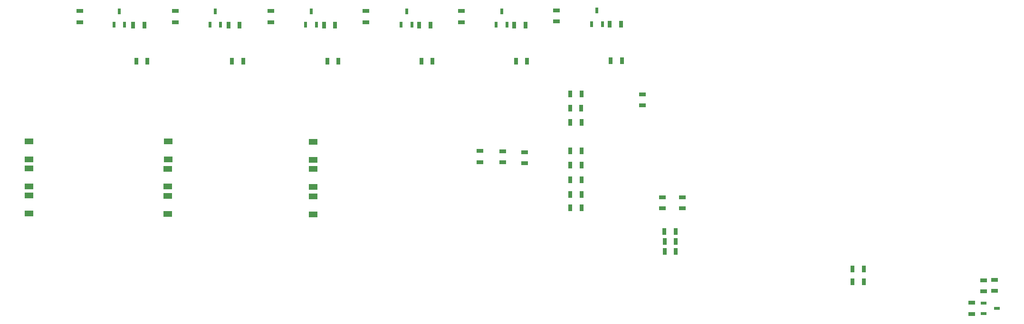
<source format=gbp>
G04*
G04 #@! TF.GenerationSoftware,Altium Limited,Altium Designer,22.10.1 (41)*
G04*
G04 Layer_Color=128*
%FSLAX44Y44*%
%MOMM*%
G71*
G04*
G04 #@! TF.SameCoordinates,0E9425E9-A874-4ED2-9F9C-91F8E0F331BA*
G04*
G04*
G04 #@! TF.FilePolarity,Positive*
G04*
G01*
G75*
%ADD16R,1.6000X1.0000*%
%ADD49R,0.8000X1.2500*%
%ADD50R,1.0000X0.6000*%
%ADD51R,1.2500X0.8000*%
%ADD52R,0.6000X1.0000*%
D16*
X45400Y354600D02*
D03*
Y322600D02*
D03*
Y258000D02*
D03*
Y226000D02*
D03*
X293000Y273900D02*
D03*
Y305900D02*
D03*
X551500Y224600D02*
D03*
Y256600D02*
D03*
X293200Y322400D02*
D03*
Y354400D02*
D03*
X45300Y306200D02*
D03*
Y274200D02*
D03*
X551501Y305371D02*
D03*
Y273370D02*
D03*
Y321750D02*
D03*
Y353750D02*
D03*
X293000Y225400D02*
D03*
Y257400D02*
D03*
D49*
X1197930Y158298D02*
D03*
X1177930D02*
D03*
X1198030Y176098D02*
D03*
X1178030D02*
D03*
X1177630Y193802D02*
D03*
X1197630D02*
D03*
X1512900Y127299D02*
D03*
X1532900D02*
D03*
X1512900Y104002D02*
D03*
X1532900D02*
D03*
X570900Y562402D02*
D03*
X590900D02*
D03*
X910264Y562502D02*
D03*
X930264D02*
D03*
X400900Y562402D02*
D03*
X420900D02*
D03*
X740800D02*
D03*
X760800D02*
D03*
X1080200Y563402D02*
D03*
X1100200D02*
D03*
X231000Y562402D02*
D03*
X251000D02*
D03*
X1030000Y439113D02*
D03*
X1010000D02*
D03*
X1029700Y414198D02*
D03*
X1009700D02*
D03*
X1030000Y388298D02*
D03*
X1010000D02*
D03*
Y337425D02*
D03*
X1030000D02*
D03*
Y312698D02*
D03*
X1010000D02*
D03*
X912944Y497602D02*
D03*
X932944D02*
D03*
X1081800Y498502D02*
D03*
X1101800D02*
D03*
X744600Y497502D02*
D03*
X764600D02*
D03*
X576900D02*
D03*
X596900D02*
D03*
X407063D02*
D03*
X427063D02*
D03*
X236500D02*
D03*
X256500D02*
D03*
X1030000Y235898D02*
D03*
X1010000D02*
D03*
X1030000Y285798D02*
D03*
X1010000D02*
D03*
X1030000Y260198D02*
D03*
X1010000D02*
D03*
D50*
X1746402Y47200D02*
D03*
Y66200D02*
D03*
X1770402Y56700D02*
D03*
D51*
X1746102Y87000D02*
D03*
Y107000D02*
D03*
X1725502Y46500D02*
D03*
Y66500D02*
D03*
X815966Y587600D02*
D03*
Y567600D02*
D03*
X476402Y587500D02*
D03*
Y567500D02*
D03*
X646002Y587500D02*
D03*
Y567500D02*
D03*
X985702Y588500D02*
D03*
Y568500D02*
D03*
X1209898Y235000D02*
D03*
Y255000D02*
D03*
X1173902Y235000D02*
D03*
Y255000D02*
D03*
X1138198Y418900D02*
D03*
Y438900D02*
D03*
X889502Y317083D02*
D03*
Y337083D02*
D03*
X928402Y335600D02*
D03*
Y315600D02*
D03*
X849102Y317800D02*
D03*
Y337800D02*
D03*
X1766103Y87600D02*
D03*
Y107600D02*
D03*
X306002Y567500D02*
D03*
Y587500D02*
D03*
X136402Y567500D02*
D03*
Y587500D02*
D03*
D52*
X897064Y562600D02*
D03*
X878064D02*
D03*
X887564Y586600D02*
D03*
X215800Y563100D02*
D03*
X196800D02*
D03*
X206300Y587100D02*
D03*
X386700Y563100D02*
D03*
X367700D02*
D03*
X377200Y587100D02*
D03*
X557500Y562600D02*
D03*
X538500D02*
D03*
X548000Y586600D02*
D03*
X727700Y563000D02*
D03*
X708700D02*
D03*
X718200Y587000D02*
D03*
X1067000Y564000D02*
D03*
X1048000D02*
D03*
X1057500Y588000D02*
D03*
M02*

</source>
